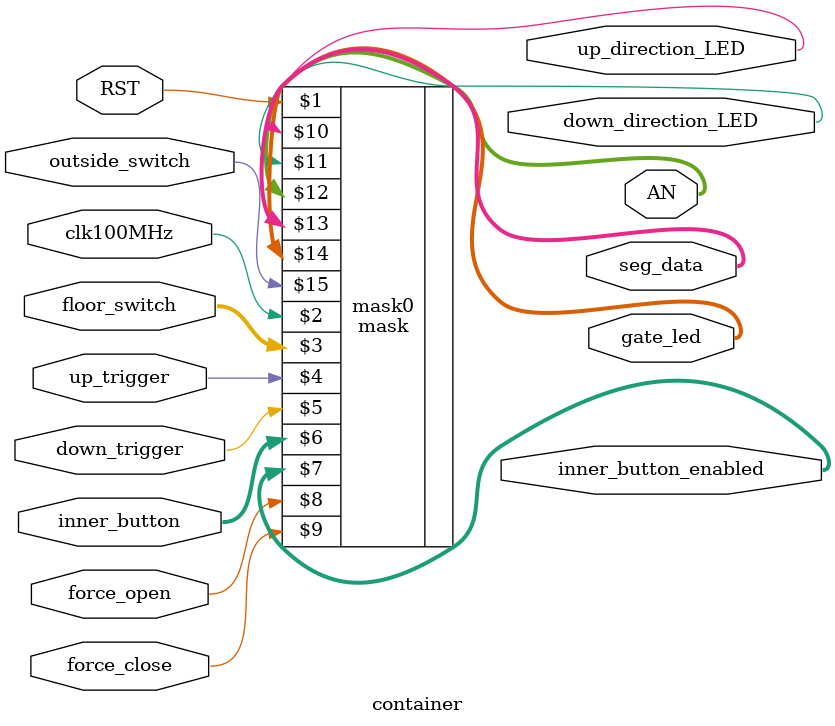
<source format=v>
`timescale 1ns / 1ps


module container(
  input RST,
  input clk100MHz, 
  input [2:0] floor_switch,
  input up_trigger,
  input down_trigger,
  input [7:0] inner_button,
  output [7:0] inner_button_enabled,
  input force_open,
  input force_close,
  output up_direction_LED,
  output down_direction_LED,
  output [7:0] AN,
  output [7:0] seg_data,
  output [5:0] gate_led, 
  input outside_switch
  );
  mask mask0(
  RST,
  clk100MHz, 
  floor_switch,
  up_trigger,
  down_trigger,
  inner_button,
  inner_button_enabled,
  force_open,
  force_close,
  up_direction_LED,
  down_direction_LED,
  AN,
  seg_data,
  gate_led, 
  outside_switch
  );
endmodule

</source>
